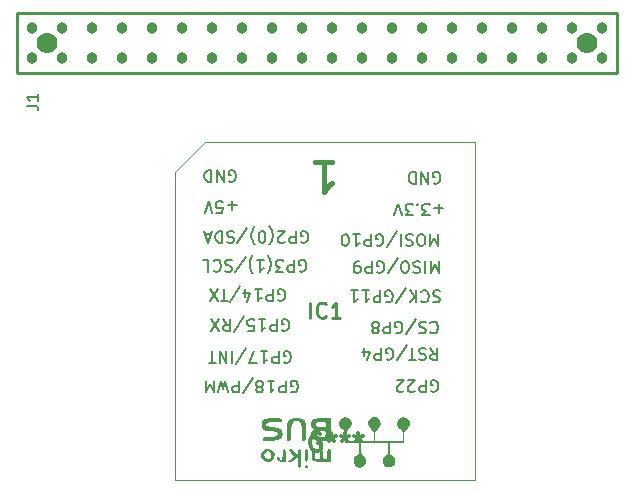
<source format=gbr>
%TF.GenerationSoftware,KiCad,Pcbnew,8.0.2*%
%TF.CreationDate,2024-07-30T13:49:42+02:00*%
%TF.ProjectId,mikrobus_x1_hatPCB,6d696b72-6f62-4757-935f-78315f686174,rev?*%
%TF.SameCoordinates,Original*%
%TF.FileFunction,Legend,Top*%
%TF.FilePolarity,Positive*%
%FSLAX46Y46*%
G04 Gerber Fmt 4.6, Leading zero omitted, Abs format (unit mm)*
G04 Created by KiCad (PCBNEW 8.0.2) date 2024-07-30 13:49:42*
%MOMM*%
%LPD*%
G01*
G04 APERTURE LIST*
%ADD10C,0.150000*%
%ADD11C,0.400000*%
%ADD12C,0.254000*%
%ADD13C,0.300000*%
%ADD14C,0.100000*%
%ADD15C,0.000000*%
%ADD16C,0.965200*%
%ADD17C,1.778000*%
G04 APERTURE END LIST*
D10*
X140459411Y-87052561D02*
X140554649Y-87100180D01*
X140554649Y-87100180D02*
X140697506Y-87100180D01*
X140697506Y-87100180D02*
X140840363Y-87052561D01*
X140840363Y-87052561D02*
X140935601Y-86957323D01*
X140935601Y-86957323D02*
X140983220Y-86862085D01*
X140983220Y-86862085D02*
X141030839Y-86671609D01*
X141030839Y-86671609D02*
X141030839Y-86528752D01*
X141030839Y-86528752D02*
X140983220Y-86338276D01*
X140983220Y-86338276D02*
X140935601Y-86243038D01*
X140935601Y-86243038D02*
X140840363Y-86147800D01*
X140840363Y-86147800D02*
X140697506Y-86100180D01*
X140697506Y-86100180D02*
X140602268Y-86100180D01*
X140602268Y-86100180D02*
X140459411Y-86147800D01*
X140459411Y-86147800D02*
X140411792Y-86195419D01*
X140411792Y-86195419D02*
X140411792Y-86528752D01*
X140411792Y-86528752D02*
X140602268Y-86528752D01*
X139983220Y-86100180D02*
X139983220Y-87100180D01*
X139983220Y-87100180D02*
X139411792Y-86100180D01*
X139411792Y-86100180D02*
X139411792Y-87100180D01*
X138935601Y-86100180D02*
X138935601Y-87100180D01*
X138935601Y-87100180D02*
X138697506Y-87100180D01*
X138697506Y-87100180D02*
X138554649Y-87052561D01*
X138554649Y-87052561D02*
X138459411Y-86957323D01*
X138459411Y-86957323D02*
X138411792Y-86862085D01*
X138411792Y-86862085D02*
X138364173Y-86671609D01*
X138364173Y-86671609D02*
X138364173Y-86528752D01*
X138364173Y-86528752D02*
X138411792Y-86338276D01*
X138411792Y-86338276D02*
X138459411Y-86243038D01*
X138459411Y-86243038D02*
X138554649Y-86147800D01*
X138554649Y-86147800D02*
X138697506Y-86100180D01*
X138697506Y-86100180D02*
X138935601Y-86100180D01*
X158203220Y-93790180D02*
X158203220Y-94790180D01*
X158203220Y-94790180D02*
X157869887Y-94075895D01*
X157869887Y-94075895D02*
X157536554Y-94790180D01*
X157536554Y-94790180D02*
X157536554Y-93790180D01*
X157060363Y-93790180D02*
X157060363Y-94790180D01*
X156631792Y-93837800D02*
X156488935Y-93790180D01*
X156488935Y-93790180D02*
X156250840Y-93790180D01*
X156250840Y-93790180D02*
X156155602Y-93837800D01*
X156155602Y-93837800D02*
X156107983Y-93885419D01*
X156107983Y-93885419D02*
X156060364Y-93980657D01*
X156060364Y-93980657D02*
X156060364Y-94075895D01*
X156060364Y-94075895D02*
X156107983Y-94171133D01*
X156107983Y-94171133D02*
X156155602Y-94218752D01*
X156155602Y-94218752D02*
X156250840Y-94266371D01*
X156250840Y-94266371D02*
X156441316Y-94313990D01*
X156441316Y-94313990D02*
X156536554Y-94361609D01*
X156536554Y-94361609D02*
X156584173Y-94409228D01*
X156584173Y-94409228D02*
X156631792Y-94504466D01*
X156631792Y-94504466D02*
X156631792Y-94599704D01*
X156631792Y-94599704D02*
X156584173Y-94694942D01*
X156584173Y-94694942D02*
X156536554Y-94742561D01*
X156536554Y-94742561D02*
X156441316Y-94790180D01*
X156441316Y-94790180D02*
X156203221Y-94790180D01*
X156203221Y-94790180D02*
X156060364Y-94742561D01*
X155441316Y-94790180D02*
X155250840Y-94790180D01*
X155250840Y-94790180D02*
X155155602Y-94742561D01*
X155155602Y-94742561D02*
X155060364Y-94647323D01*
X155060364Y-94647323D02*
X155012745Y-94456847D01*
X155012745Y-94456847D02*
X155012745Y-94123514D01*
X155012745Y-94123514D02*
X155060364Y-93933038D01*
X155060364Y-93933038D02*
X155155602Y-93837800D01*
X155155602Y-93837800D02*
X155250840Y-93790180D01*
X155250840Y-93790180D02*
X155441316Y-93790180D01*
X155441316Y-93790180D02*
X155536554Y-93837800D01*
X155536554Y-93837800D02*
X155631792Y-93933038D01*
X155631792Y-93933038D02*
X155679411Y-94123514D01*
X155679411Y-94123514D02*
X155679411Y-94456847D01*
X155679411Y-94456847D02*
X155631792Y-94647323D01*
X155631792Y-94647323D02*
X155536554Y-94742561D01*
X155536554Y-94742561D02*
X155441316Y-94790180D01*
X153869888Y-94837800D02*
X154727030Y-93552085D01*
X153012745Y-94742561D02*
X153107983Y-94790180D01*
X153107983Y-94790180D02*
X153250840Y-94790180D01*
X153250840Y-94790180D02*
X153393697Y-94742561D01*
X153393697Y-94742561D02*
X153488935Y-94647323D01*
X153488935Y-94647323D02*
X153536554Y-94552085D01*
X153536554Y-94552085D02*
X153584173Y-94361609D01*
X153584173Y-94361609D02*
X153584173Y-94218752D01*
X153584173Y-94218752D02*
X153536554Y-94028276D01*
X153536554Y-94028276D02*
X153488935Y-93933038D01*
X153488935Y-93933038D02*
X153393697Y-93837800D01*
X153393697Y-93837800D02*
X153250840Y-93790180D01*
X153250840Y-93790180D02*
X153155602Y-93790180D01*
X153155602Y-93790180D02*
X153012745Y-93837800D01*
X153012745Y-93837800D02*
X152965126Y-93885419D01*
X152965126Y-93885419D02*
X152965126Y-94218752D01*
X152965126Y-94218752D02*
X153155602Y-94218752D01*
X152536554Y-93790180D02*
X152536554Y-94790180D01*
X152536554Y-94790180D02*
X152155602Y-94790180D01*
X152155602Y-94790180D02*
X152060364Y-94742561D01*
X152060364Y-94742561D02*
X152012745Y-94694942D01*
X152012745Y-94694942D02*
X151965126Y-94599704D01*
X151965126Y-94599704D02*
X151965126Y-94456847D01*
X151965126Y-94456847D02*
X152012745Y-94361609D01*
X152012745Y-94361609D02*
X152060364Y-94313990D01*
X152060364Y-94313990D02*
X152155602Y-94266371D01*
X152155602Y-94266371D02*
X152536554Y-94266371D01*
X151488935Y-93790180D02*
X151298459Y-93790180D01*
X151298459Y-93790180D02*
X151203221Y-93837800D01*
X151203221Y-93837800D02*
X151155602Y-93885419D01*
X151155602Y-93885419D02*
X151060364Y-94028276D01*
X151060364Y-94028276D02*
X151012745Y-94218752D01*
X151012745Y-94218752D02*
X151012745Y-94599704D01*
X151012745Y-94599704D02*
X151060364Y-94694942D01*
X151060364Y-94694942D02*
X151107983Y-94742561D01*
X151107983Y-94742561D02*
X151203221Y-94790180D01*
X151203221Y-94790180D02*
X151393697Y-94790180D01*
X151393697Y-94790180D02*
X151488935Y-94742561D01*
X151488935Y-94742561D02*
X151536554Y-94694942D01*
X151536554Y-94694942D02*
X151584173Y-94599704D01*
X151584173Y-94599704D02*
X151584173Y-94361609D01*
X151584173Y-94361609D02*
X151536554Y-94266371D01*
X151536554Y-94266371D02*
X151488935Y-94218752D01*
X151488935Y-94218752D02*
X151393697Y-94171133D01*
X151393697Y-94171133D02*
X151203221Y-94171133D01*
X151203221Y-94171133D02*
X151107983Y-94218752D01*
X151107983Y-94218752D02*
X151060364Y-94266371D01*
X151060364Y-94266371D02*
X151012745Y-94361609D01*
X158143220Y-91520180D02*
X158143220Y-92520180D01*
X158143220Y-92520180D02*
X157809887Y-91805895D01*
X157809887Y-91805895D02*
X157476554Y-92520180D01*
X157476554Y-92520180D02*
X157476554Y-91520180D01*
X156809887Y-92520180D02*
X156619411Y-92520180D01*
X156619411Y-92520180D02*
X156524173Y-92472561D01*
X156524173Y-92472561D02*
X156428935Y-92377323D01*
X156428935Y-92377323D02*
X156381316Y-92186847D01*
X156381316Y-92186847D02*
X156381316Y-91853514D01*
X156381316Y-91853514D02*
X156428935Y-91663038D01*
X156428935Y-91663038D02*
X156524173Y-91567800D01*
X156524173Y-91567800D02*
X156619411Y-91520180D01*
X156619411Y-91520180D02*
X156809887Y-91520180D01*
X156809887Y-91520180D02*
X156905125Y-91567800D01*
X156905125Y-91567800D02*
X157000363Y-91663038D01*
X157000363Y-91663038D02*
X157047982Y-91853514D01*
X157047982Y-91853514D02*
X157047982Y-92186847D01*
X157047982Y-92186847D02*
X157000363Y-92377323D01*
X157000363Y-92377323D02*
X156905125Y-92472561D01*
X156905125Y-92472561D02*
X156809887Y-92520180D01*
X156000363Y-91567800D02*
X155857506Y-91520180D01*
X155857506Y-91520180D02*
X155619411Y-91520180D01*
X155619411Y-91520180D02*
X155524173Y-91567800D01*
X155524173Y-91567800D02*
X155476554Y-91615419D01*
X155476554Y-91615419D02*
X155428935Y-91710657D01*
X155428935Y-91710657D02*
X155428935Y-91805895D01*
X155428935Y-91805895D02*
X155476554Y-91901133D01*
X155476554Y-91901133D02*
X155524173Y-91948752D01*
X155524173Y-91948752D02*
X155619411Y-91996371D01*
X155619411Y-91996371D02*
X155809887Y-92043990D01*
X155809887Y-92043990D02*
X155905125Y-92091609D01*
X155905125Y-92091609D02*
X155952744Y-92139228D01*
X155952744Y-92139228D02*
X156000363Y-92234466D01*
X156000363Y-92234466D02*
X156000363Y-92329704D01*
X156000363Y-92329704D02*
X155952744Y-92424942D01*
X155952744Y-92424942D02*
X155905125Y-92472561D01*
X155905125Y-92472561D02*
X155809887Y-92520180D01*
X155809887Y-92520180D02*
X155571792Y-92520180D01*
X155571792Y-92520180D02*
X155428935Y-92472561D01*
X155000363Y-91520180D02*
X155000363Y-92520180D01*
X153809888Y-92567800D02*
X154667030Y-91282085D01*
X152952745Y-92472561D02*
X153047983Y-92520180D01*
X153047983Y-92520180D02*
X153190840Y-92520180D01*
X153190840Y-92520180D02*
X153333697Y-92472561D01*
X153333697Y-92472561D02*
X153428935Y-92377323D01*
X153428935Y-92377323D02*
X153476554Y-92282085D01*
X153476554Y-92282085D02*
X153524173Y-92091609D01*
X153524173Y-92091609D02*
X153524173Y-91948752D01*
X153524173Y-91948752D02*
X153476554Y-91758276D01*
X153476554Y-91758276D02*
X153428935Y-91663038D01*
X153428935Y-91663038D02*
X153333697Y-91567800D01*
X153333697Y-91567800D02*
X153190840Y-91520180D01*
X153190840Y-91520180D02*
X153095602Y-91520180D01*
X153095602Y-91520180D02*
X152952745Y-91567800D01*
X152952745Y-91567800D02*
X152905126Y-91615419D01*
X152905126Y-91615419D02*
X152905126Y-91948752D01*
X152905126Y-91948752D02*
X153095602Y-91948752D01*
X152476554Y-91520180D02*
X152476554Y-92520180D01*
X152476554Y-92520180D02*
X152095602Y-92520180D01*
X152095602Y-92520180D02*
X152000364Y-92472561D01*
X152000364Y-92472561D02*
X151952745Y-92424942D01*
X151952745Y-92424942D02*
X151905126Y-92329704D01*
X151905126Y-92329704D02*
X151905126Y-92186847D01*
X151905126Y-92186847D02*
X151952745Y-92091609D01*
X151952745Y-92091609D02*
X152000364Y-92043990D01*
X152000364Y-92043990D02*
X152095602Y-91996371D01*
X152095602Y-91996371D02*
X152476554Y-91996371D01*
X150952745Y-91520180D02*
X151524173Y-91520180D01*
X151238459Y-91520180D02*
X151238459Y-92520180D01*
X151238459Y-92520180D02*
X151333697Y-92377323D01*
X151333697Y-92377323D02*
X151428935Y-92282085D01*
X151428935Y-92282085D02*
X151524173Y-92234466D01*
X150333697Y-92520180D02*
X150238459Y-92520180D01*
X150238459Y-92520180D02*
X150143221Y-92472561D01*
X150143221Y-92472561D02*
X150095602Y-92424942D01*
X150095602Y-92424942D02*
X150047983Y-92329704D01*
X150047983Y-92329704D02*
X150000364Y-92139228D01*
X150000364Y-92139228D02*
X150000364Y-91901133D01*
X150000364Y-91901133D02*
X150047983Y-91710657D01*
X150047983Y-91710657D02*
X150095602Y-91615419D01*
X150095602Y-91615419D02*
X150143221Y-91567800D01*
X150143221Y-91567800D02*
X150238459Y-91520180D01*
X150238459Y-91520180D02*
X150333697Y-91520180D01*
X150333697Y-91520180D02*
X150428935Y-91567800D01*
X150428935Y-91567800D02*
X150476554Y-91615419D01*
X150476554Y-91615419D02*
X150524173Y-91710657D01*
X150524173Y-91710657D02*
X150571792Y-91901133D01*
X150571792Y-91901133D02*
X150571792Y-92139228D01*
X150571792Y-92139228D02*
X150524173Y-92329704D01*
X150524173Y-92329704D02*
X150476554Y-92424942D01*
X150476554Y-92424942D02*
X150428935Y-92472561D01*
X150428935Y-92472561D02*
X150333697Y-92520180D01*
X144629411Y-97122561D02*
X144724649Y-97170180D01*
X144724649Y-97170180D02*
X144867506Y-97170180D01*
X144867506Y-97170180D02*
X145010363Y-97122561D01*
X145010363Y-97122561D02*
X145105601Y-97027323D01*
X145105601Y-97027323D02*
X145153220Y-96932085D01*
X145153220Y-96932085D02*
X145200839Y-96741609D01*
X145200839Y-96741609D02*
X145200839Y-96598752D01*
X145200839Y-96598752D02*
X145153220Y-96408276D01*
X145153220Y-96408276D02*
X145105601Y-96313038D01*
X145105601Y-96313038D02*
X145010363Y-96217800D01*
X145010363Y-96217800D02*
X144867506Y-96170180D01*
X144867506Y-96170180D02*
X144772268Y-96170180D01*
X144772268Y-96170180D02*
X144629411Y-96217800D01*
X144629411Y-96217800D02*
X144581792Y-96265419D01*
X144581792Y-96265419D02*
X144581792Y-96598752D01*
X144581792Y-96598752D02*
X144772268Y-96598752D01*
X144153220Y-96170180D02*
X144153220Y-97170180D01*
X144153220Y-97170180D02*
X143772268Y-97170180D01*
X143772268Y-97170180D02*
X143677030Y-97122561D01*
X143677030Y-97122561D02*
X143629411Y-97074942D01*
X143629411Y-97074942D02*
X143581792Y-96979704D01*
X143581792Y-96979704D02*
X143581792Y-96836847D01*
X143581792Y-96836847D02*
X143629411Y-96741609D01*
X143629411Y-96741609D02*
X143677030Y-96693990D01*
X143677030Y-96693990D02*
X143772268Y-96646371D01*
X143772268Y-96646371D02*
X144153220Y-96646371D01*
X142629411Y-96170180D02*
X143200839Y-96170180D01*
X142915125Y-96170180D02*
X142915125Y-97170180D01*
X142915125Y-97170180D02*
X143010363Y-97027323D01*
X143010363Y-97027323D02*
X143105601Y-96932085D01*
X143105601Y-96932085D02*
X143200839Y-96884466D01*
X141772268Y-96836847D02*
X141772268Y-96170180D01*
X142010363Y-97217800D02*
X142248458Y-96503514D01*
X142248458Y-96503514D02*
X141629411Y-96503514D01*
X140534173Y-97217800D02*
X141391315Y-95932085D01*
X140343696Y-97170180D02*
X139772268Y-97170180D01*
X140057982Y-96170180D02*
X140057982Y-97170180D01*
X139534172Y-97170180D02*
X138867506Y-96170180D01*
X138867506Y-97170180D02*
X139534172Y-96170180D01*
X157759411Y-87182561D02*
X157854649Y-87230180D01*
X157854649Y-87230180D02*
X157997506Y-87230180D01*
X157997506Y-87230180D02*
X158140363Y-87182561D01*
X158140363Y-87182561D02*
X158235601Y-87087323D01*
X158235601Y-87087323D02*
X158283220Y-86992085D01*
X158283220Y-86992085D02*
X158330839Y-86801609D01*
X158330839Y-86801609D02*
X158330839Y-86658752D01*
X158330839Y-86658752D02*
X158283220Y-86468276D01*
X158283220Y-86468276D02*
X158235601Y-86373038D01*
X158235601Y-86373038D02*
X158140363Y-86277800D01*
X158140363Y-86277800D02*
X157997506Y-86230180D01*
X157997506Y-86230180D02*
X157902268Y-86230180D01*
X157902268Y-86230180D02*
X157759411Y-86277800D01*
X157759411Y-86277800D02*
X157711792Y-86325419D01*
X157711792Y-86325419D02*
X157711792Y-86658752D01*
X157711792Y-86658752D02*
X157902268Y-86658752D01*
X157283220Y-86230180D02*
X157283220Y-87230180D01*
X157283220Y-87230180D02*
X156711792Y-86230180D01*
X156711792Y-86230180D02*
X156711792Y-87230180D01*
X156235601Y-86230180D02*
X156235601Y-87230180D01*
X156235601Y-87230180D02*
X155997506Y-87230180D01*
X155997506Y-87230180D02*
X155854649Y-87182561D01*
X155854649Y-87182561D02*
X155759411Y-87087323D01*
X155759411Y-87087323D02*
X155711792Y-86992085D01*
X155711792Y-86992085D02*
X155664173Y-86801609D01*
X155664173Y-86801609D02*
X155664173Y-86658752D01*
X155664173Y-86658752D02*
X155711792Y-86468276D01*
X155711792Y-86468276D02*
X155759411Y-86373038D01*
X155759411Y-86373038D02*
X155854649Y-86277800D01*
X155854649Y-86277800D02*
X155997506Y-86230180D01*
X155997506Y-86230180D02*
X156235601Y-86230180D01*
X158583220Y-89301133D02*
X157821316Y-89301133D01*
X158202268Y-88920180D02*
X158202268Y-89682085D01*
X157440363Y-89920180D02*
X156821316Y-89920180D01*
X156821316Y-89920180D02*
X157154649Y-89539228D01*
X157154649Y-89539228D02*
X157011792Y-89539228D01*
X157011792Y-89539228D02*
X156916554Y-89491609D01*
X156916554Y-89491609D02*
X156868935Y-89443990D01*
X156868935Y-89443990D02*
X156821316Y-89348752D01*
X156821316Y-89348752D02*
X156821316Y-89110657D01*
X156821316Y-89110657D02*
X156868935Y-89015419D01*
X156868935Y-89015419D02*
X156916554Y-88967800D01*
X156916554Y-88967800D02*
X157011792Y-88920180D01*
X157011792Y-88920180D02*
X157297506Y-88920180D01*
X157297506Y-88920180D02*
X157392744Y-88967800D01*
X157392744Y-88967800D02*
X157440363Y-89015419D01*
X156392744Y-89015419D02*
X156345125Y-88967800D01*
X156345125Y-88967800D02*
X156392744Y-88920180D01*
X156392744Y-88920180D02*
X156440363Y-88967800D01*
X156440363Y-88967800D02*
X156392744Y-89015419D01*
X156392744Y-89015419D02*
X156392744Y-88920180D01*
X156011792Y-89920180D02*
X155392745Y-89920180D01*
X155392745Y-89920180D02*
X155726078Y-89539228D01*
X155726078Y-89539228D02*
X155583221Y-89539228D01*
X155583221Y-89539228D02*
X155487983Y-89491609D01*
X155487983Y-89491609D02*
X155440364Y-89443990D01*
X155440364Y-89443990D02*
X155392745Y-89348752D01*
X155392745Y-89348752D02*
X155392745Y-89110657D01*
X155392745Y-89110657D02*
X155440364Y-89015419D01*
X155440364Y-89015419D02*
X155487983Y-88967800D01*
X155487983Y-88967800D02*
X155583221Y-88920180D01*
X155583221Y-88920180D02*
X155868935Y-88920180D01*
X155868935Y-88920180D02*
X155964173Y-88967800D01*
X155964173Y-88967800D02*
X156011792Y-89015419D01*
X155107030Y-89920180D02*
X154773697Y-88920180D01*
X154773697Y-88920180D02*
X154440364Y-89920180D01*
X146419411Y-94632561D02*
X146514649Y-94680180D01*
X146514649Y-94680180D02*
X146657506Y-94680180D01*
X146657506Y-94680180D02*
X146800363Y-94632561D01*
X146800363Y-94632561D02*
X146895601Y-94537323D01*
X146895601Y-94537323D02*
X146943220Y-94442085D01*
X146943220Y-94442085D02*
X146990839Y-94251609D01*
X146990839Y-94251609D02*
X146990839Y-94108752D01*
X146990839Y-94108752D02*
X146943220Y-93918276D01*
X146943220Y-93918276D02*
X146895601Y-93823038D01*
X146895601Y-93823038D02*
X146800363Y-93727800D01*
X146800363Y-93727800D02*
X146657506Y-93680180D01*
X146657506Y-93680180D02*
X146562268Y-93680180D01*
X146562268Y-93680180D02*
X146419411Y-93727800D01*
X146419411Y-93727800D02*
X146371792Y-93775419D01*
X146371792Y-93775419D02*
X146371792Y-94108752D01*
X146371792Y-94108752D02*
X146562268Y-94108752D01*
X145943220Y-93680180D02*
X145943220Y-94680180D01*
X145943220Y-94680180D02*
X145562268Y-94680180D01*
X145562268Y-94680180D02*
X145467030Y-94632561D01*
X145467030Y-94632561D02*
X145419411Y-94584942D01*
X145419411Y-94584942D02*
X145371792Y-94489704D01*
X145371792Y-94489704D02*
X145371792Y-94346847D01*
X145371792Y-94346847D02*
X145419411Y-94251609D01*
X145419411Y-94251609D02*
X145467030Y-94203990D01*
X145467030Y-94203990D02*
X145562268Y-94156371D01*
X145562268Y-94156371D02*
X145943220Y-94156371D01*
X145038458Y-94680180D02*
X144419411Y-94680180D01*
X144419411Y-94680180D02*
X144752744Y-94299228D01*
X144752744Y-94299228D02*
X144609887Y-94299228D01*
X144609887Y-94299228D02*
X144514649Y-94251609D01*
X144514649Y-94251609D02*
X144467030Y-94203990D01*
X144467030Y-94203990D02*
X144419411Y-94108752D01*
X144419411Y-94108752D02*
X144419411Y-93870657D01*
X144419411Y-93870657D02*
X144467030Y-93775419D01*
X144467030Y-93775419D02*
X144514649Y-93727800D01*
X144514649Y-93727800D02*
X144609887Y-93680180D01*
X144609887Y-93680180D02*
X144895601Y-93680180D01*
X144895601Y-93680180D02*
X144990839Y-93727800D01*
X144990839Y-93727800D02*
X145038458Y-93775419D01*
X143705125Y-93299228D02*
X143752744Y-93346847D01*
X143752744Y-93346847D02*
X143847982Y-93489704D01*
X143847982Y-93489704D02*
X143895601Y-93584942D01*
X143895601Y-93584942D02*
X143943220Y-93727800D01*
X143943220Y-93727800D02*
X143990839Y-93965895D01*
X143990839Y-93965895D02*
X143990839Y-94156371D01*
X143990839Y-94156371D02*
X143943220Y-94394466D01*
X143943220Y-94394466D02*
X143895601Y-94537323D01*
X143895601Y-94537323D02*
X143847982Y-94632561D01*
X143847982Y-94632561D02*
X143752744Y-94775419D01*
X143752744Y-94775419D02*
X143705125Y-94823038D01*
X142800363Y-93680180D02*
X143371791Y-93680180D01*
X143086077Y-93680180D02*
X143086077Y-94680180D01*
X143086077Y-94680180D02*
X143181315Y-94537323D01*
X143181315Y-94537323D02*
X143276553Y-94442085D01*
X143276553Y-94442085D02*
X143371791Y-94394466D01*
X142467029Y-93299228D02*
X142419410Y-93346847D01*
X142419410Y-93346847D02*
X142324172Y-93489704D01*
X142324172Y-93489704D02*
X142276553Y-93584942D01*
X142276553Y-93584942D02*
X142228934Y-93727800D01*
X142228934Y-93727800D02*
X142181315Y-93965895D01*
X142181315Y-93965895D02*
X142181315Y-94156371D01*
X142181315Y-94156371D02*
X142228934Y-94394466D01*
X142228934Y-94394466D02*
X142276553Y-94537323D01*
X142276553Y-94537323D02*
X142324172Y-94632561D01*
X142324172Y-94632561D02*
X142419410Y-94775419D01*
X142419410Y-94775419D02*
X142467029Y-94823038D01*
X140990839Y-94727800D02*
X141847981Y-93442085D01*
X140705124Y-93727800D02*
X140562267Y-93680180D01*
X140562267Y-93680180D02*
X140324172Y-93680180D01*
X140324172Y-93680180D02*
X140228934Y-93727800D01*
X140228934Y-93727800D02*
X140181315Y-93775419D01*
X140181315Y-93775419D02*
X140133696Y-93870657D01*
X140133696Y-93870657D02*
X140133696Y-93965895D01*
X140133696Y-93965895D02*
X140181315Y-94061133D01*
X140181315Y-94061133D02*
X140228934Y-94108752D01*
X140228934Y-94108752D02*
X140324172Y-94156371D01*
X140324172Y-94156371D02*
X140514648Y-94203990D01*
X140514648Y-94203990D02*
X140609886Y-94251609D01*
X140609886Y-94251609D02*
X140657505Y-94299228D01*
X140657505Y-94299228D02*
X140705124Y-94394466D01*
X140705124Y-94394466D02*
X140705124Y-94489704D01*
X140705124Y-94489704D02*
X140657505Y-94584942D01*
X140657505Y-94584942D02*
X140609886Y-94632561D01*
X140609886Y-94632561D02*
X140514648Y-94680180D01*
X140514648Y-94680180D02*
X140276553Y-94680180D01*
X140276553Y-94680180D02*
X140133696Y-94632561D01*
X139133696Y-93775419D02*
X139181315Y-93727800D01*
X139181315Y-93727800D02*
X139324172Y-93680180D01*
X139324172Y-93680180D02*
X139419410Y-93680180D01*
X139419410Y-93680180D02*
X139562267Y-93727800D01*
X139562267Y-93727800D02*
X139657505Y-93823038D01*
X139657505Y-93823038D02*
X139705124Y-93918276D01*
X139705124Y-93918276D02*
X139752743Y-94108752D01*
X139752743Y-94108752D02*
X139752743Y-94251609D01*
X139752743Y-94251609D02*
X139705124Y-94442085D01*
X139705124Y-94442085D02*
X139657505Y-94537323D01*
X139657505Y-94537323D02*
X139562267Y-94632561D01*
X139562267Y-94632561D02*
X139419410Y-94680180D01*
X139419410Y-94680180D02*
X139324172Y-94680180D01*
X139324172Y-94680180D02*
X139181315Y-94632561D01*
X139181315Y-94632561D02*
X139133696Y-94584942D01*
X138228934Y-93680180D02*
X138705124Y-93680180D01*
X138705124Y-93680180D02*
X138705124Y-94680180D01*
D11*
X147762081Y-85426752D02*
X149190652Y-85426752D01*
X148476366Y-85426752D02*
X148476366Y-87926752D01*
X148476366Y-87926752D02*
X148714462Y-87569609D01*
X148714462Y-87569609D02*
X148952557Y-87331514D01*
X148952557Y-87331514D02*
X149190652Y-87212466D01*
D10*
X141093220Y-89081133D02*
X140331316Y-89081133D01*
X140712268Y-88700180D02*
X140712268Y-89462085D01*
X139378935Y-89700180D02*
X139855125Y-89700180D01*
X139855125Y-89700180D02*
X139902744Y-89223990D01*
X139902744Y-89223990D02*
X139855125Y-89271609D01*
X139855125Y-89271609D02*
X139759887Y-89319228D01*
X139759887Y-89319228D02*
X139521792Y-89319228D01*
X139521792Y-89319228D02*
X139426554Y-89271609D01*
X139426554Y-89271609D02*
X139378935Y-89223990D01*
X139378935Y-89223990D02*
X139331316Y-89128752D01*
X139331316Y-89128752D02*
X139331316Y-88890657D01*
X139331316Y-88890657D02*
X139378935Y-88795419D01*
X139378935Y-88795419D02*
X139426554Y-88747800D01*
X139426554Y-88747800D02*
X139521792Y-88700180D01*
X139521792Y-88700180D02*
X139759887Y-88700180D01*
X139759887Y-88700180D02*
X139855125Y-88747800D01*
X139855125Y-88747800D02*
X139902744Y-88795419D01*
X139045601Y-89700180D02*
X138712268Y-88700180D01*
X138712268Y-88700180D02*
X138378935Y-89700180D01*
X157501792Y-101160180D02*
X157835125Y-101636371D01*
X158073220Y-101160180D02*
X158073220Y-102160180D01*
X158073220Y-102160180D02*
X157692268Y-102160180D01*
X157692268Y-102160180D02*
X157597030Y-102112561D01*
X157597030Y-102112561D02*
X157549411Y-102064942D01*
X157549411Y-102064942D02*
X157501792Y-101969704D01*
X157501792Y-101969704D02*
X157501792Y-101826847D01*
X157501792Y-101826847D02*
X157549411Y-101731609D01*
X157549411Y-101731609D02*
X157597030Y-101683990D01*
X157597030Y-101683990D02*
X157692268Y-101636371D01*
X157692268Y-101636371D02*
X158073220Y-101636371D01*
X157120839Y-101207800D02*
X156977982Y-101160180D01*
X156977982Y-101160180D02*
X156739887Y-101160180D01*
X156739887Y-101160180D02*
X156644649Y-101207800D01*
X156644649Y-101207800D02*
X156597030Y-101255419D01*
X156597030Y-101255419D02*
X156549411Y-101350657D01*
X156549411Y-101350657D02*
X156549411Y-101445895D01*
X156549411Y-101445895D02*
X156597030Y-101541133D01*
X156597030Y-101541133D02*
X156644649Y-101588752D01*
X156644649Y-101588752D02*
X156739887Y-101636371D01*
X156739887Y-101636371D02*
X156930363Y-101683990D01*
X156930363Y-101683990D02*
X157025601Y-101731609D01*
X157025601Y-101731609D02*
X157073220Y-101779228D01*
X157073220Y-101779228D02*
X157120839Y-101874466D01*
X157120839Y-101874466D02*
X157120839Y-101969704D01*
X157120839Y-101969704D02*
X157073220Y-102064942D01*
X157073220Y-102064942D02*
X157025601Y-102112561D01*
X157025601Y-102112561D02*
X156930363Y-102160180D01*
X156930363Y-102160180D02*
X156692268Y-102160180D01*
X156692268Y-102160180D02*
X156549411Y-102112561D01*
X156263696Y-102160180D02*
X155692268Y-102160180D01*
X155977982Y-101160180D02*
X155977982Y-102160180D01*
X154644649Y-102207800D02*
X155501791Y-100922085D01*
X153787506Y-102112561D02*
X153882744Y-102160180D01*
X153882744Y-102160180D02*
X154025601Y-102160180D01*
X154025601Y-102160180D02*
X154168458Y-102112561D01*
X154168458Y-102112561D02*
X154263696Y-102017323D01*
X154263696Y-102017323D02*
X154311315Y-101922085D01*
X154311315Y-101922085D02*
X154358934Y-101731609D01*
X154358934Y-101731609D02*
X154358934Y-101588752D01*
X154358934Y-101588752D02*
X154311315Y-101398276D01*
X154311315Y-101398276D02*
X154263696Y-101303038D01*
X154263696Y-101303038D02*
X154168458Y-101207800D01*
X154168458Y-101207800D02*
X154025601Y-101160180D01*
X154025601Y-101160180D02*
X153930363Y-101160180D01*
X153930363Y-101160180D02*
X153787506Y-101207800D01*
X153787506Y-101207800D02*
X153739887Y-101255419D01*
X153739887Y-101255419D02*
X153739887Y-101588752D01*
X153739887Y-101588752D02*
X153930363Y-101588752D01*
X153311315Y-101160180D02*
X153311315Y-102160180D01*
X153311315Y-102160180D02*
X152930363Y-102160180D01*
X152930363Y-102160180D02*
X152835125Y-102112561D01*
X152835125Y-102112561D02*
X152787506Y-102064942D01*
X152787506Y-102064942D02*
X152739887Y-101969704D01*
X152739887Y-101969704D02*
X152739887Y-101826847D01*
X152739887Y-101826847D02*
X152787506Y-101731609D01*
X152787506Y-101731609D02*
X152835125Y-101683990D01*
X152835125Y-101683990D02*
X152930363Y-101636371D01*
X152930363Y-101636371D02*
X153311315Y-101636371D01*
X151882744Y-101826847D02*
X151882744Y-101160180D01*
X152120839Y-102207800D02*
X152358934Y-101493514D01*
X152358934Y-101493514D02*
X151739887Y-101493514D01*
X157589411Y-104812561D02*
X157684649Y-104860180D01*
X157684649Y-104860180D02*
X157827506Y-104860180D01*
X157827506Y-104860180D02*
X157970363Y-104812561D01*
X157970363Y-104812561D02*
X158065601Y-104717323D01*
X158065601Y-104717323D02*
X158113220Y-104622085D01*
X158113220Y-104622085D02*
X158160839Y-104431609D01*
X158160839Y-104431609D02*
X158160839Y-104288752D01*
X158160839Y-104288752D02*
X158113220Y-104098276D01*
X158113220Y-104098276D02*
X158065601Y-104003038D01*
X158065601Y-104003038D02*
X157970363Y-103907800D01*
X157970363Y-103907800D02*
X157827506Y-103860180D01*
X157827506Y-103860180D02*
X157732268Y-103860180D01*
X157732268Y-103860180D02*
X157589411Y-103907800D01*
X157589411Y-103907800D02*
X157541792Y-103955419D01*
X157541792Y-103955419D02*
X157541792Y-104288752D01*
X157541792Y-104288752D02*
X157732268Y-104288752D01*
X157113220Y-103860180D02*
X157113220Y-104860180D01*
X157113220Y-104860180D02*
X156732268Y-104860180D01*
X156732268Y-104860180D02*
X156637030Y-104812561D01*
X156637030Y-104812561D02*
X156589411Y-104764942D01*
X156589411Y-104764942D02*
X156541792Y-104669704D01*
X156541792Y-104669704D02*
X156541792Y-104526847D01*
X156541792Y-104526847D02*
X156589411Y-104431609D01*
X156589411Y-104431609D02*
X156637030Y-104383990D01*
X156637030Y-104383990D02*
X156732268Y-104336371D01*
X156732268Y-104336371D02*
X157113220Y-104336371D01*
X156160839Y-104764942D02*
X156113220Y-104812561D01*
X156113220Y-104812561D02*
X156017982Y-104860180D01*
X156017982Y-104860180D02*
X155779887Y-104860180D01*
X155779887Y-104860180D02*
X155684649Y-104812561D01*
X155684649Y-104812561D02*
X155637030Y-104764942D01*
X155637030Y-104764942D02*
X155589411Y-104669704D01*
X155589411Y-104669704D02*
X155589411Y-104574466D01*
X155589411Y-104574466D02*
X155637030Y-104431609D01*
X155637030Y-104431609D02*
X156208458Y-103860180D01*
X156208458Y-103860180D02*
X155589411Y-103860180D01*
X155208458Y-104764942D02*
X155160839Y-104812561D01*
X155160839Y-104812561D02*
X155065601Y-104860180D01*
X155065601Y-104860180D02*
X154827506Y-104860180D01*
X154827506Y-104860180D02*
X154732268Y-104812561D01*
X154732268Y-104812561D02*
X154684649Y-104764942D01*
X154684649Y-104764942D02*
X154637030Y-104669704D01*
X154637030Y-104669704D02*
X154637030Y-104574466D01*
X154637030Y-104574466D02*
X154684649Y-104431609D01*
X154684649Y-104431609D02*
X155256077Y-103860180D01*
X155256077Y-103860180D02*
X154637030Y-103860180D01*
X146579411Y-92192561D02*
X146674649Y-92240180D01*
X146674649Y-92240180D02*
X146817506Y-92240180D01*
X146817506Y-92240180D02*
X146960363Y-92192561D01*
X146960363Y-92192561D02*
X147055601Y-92097323D01*
X147055601Y-92097323D02*
X147103220Y-92002085D01*
X147103220Y-92002085D02*
X147150839Y-91811609D01*
X147150839Y-91811609D02*
X147150839Y-91668752D01*
X147150839Y-91668752D02*
X147103220Y-91478276D01*
X147103220Y-91478276D02*
X147055601Y-91383038D01*
X147055601Y-91383038D02*
X146960363Y-91287800D01*
X146960363Y-91287800D02*
X146817506Y-91240180D01*
X146817506Y-91240180D02*
X146722268Y-91240180D01*
X146722268Y-91240180D02*
X146579411Y-91287800D01*
X146579411Y-91287800D02*
X146531792Y-91335419D01*
X146531792Y-91335419D02*
X146531792Y-91668752D01*
X146531792Y-91668752D02*
X146722268Y-91668752D01*
X146103220Y-91240180D02*
X146103220Y-92240180D01*
X146103220Y-92240180D02*
X145722268Y-92240180D01*
X145722268Y-92240180D02*
X145627030Y-92192561D01*
X145627030Y-92192561D02*
X145579411Y-92144942D01*
X145579411Y-92144942D02*
X145531792Y-92049704D01*
X145531792Y-92049704D02*
X145531792Y-91906847D01*
X145531792Y-91906847D02*
X145579411Y-91811609D01*
X145579411Y-91811609D02*
X145627030Y-91763990D01*
X145627030Y-91763990D02*
X145722268Y-91716371D01*
X145722268Y-91716371D02*
X146103220Y-91716371D01*
X145150839Y-92144942D02*
X145103220Y-92192561D01*
X145103220Y-92192561D02*
X145007982Y-92240180D01*
X145007982Y-92240180D02*
X144769887Y-92240180D01*
X144769887Y-92240180D02*
X144674649Y-92192561D01*
X144674649Y-92192561D02*
X144627030Y-92144942D01*
X144627030Y-92144942D02*
X144579411Y-92049704D01*
X144579411Y-92049704D02*
X144579411Y-91954466D01*
X144579411Y-91954466D02*
X144627030Y-91811609D01*
X144627030Y-91811609D02*
X145198458Y-91240180D01*
X145198458Y-91240180D02*
X144579411Y-91240180D01*
X143865125Y-90859228D02*
X143912744Y-90906847D01*
X143912744Y-90906847D02*
X144007982Y-91049704D01*
X144007982Y-91049704D02*
X144055601Y-91144942D01*
X144055601Y-91144942D02*
X144103220Y-91287800D01*
X144103220Y-91287800D02*
X144150839Y-91525895D01*
X144150839Y-91525895D02*
X144150839Y-91716371D01*
X144150839Y-91716371D02*
X144103220Y-91954466D01*
X144103220Y-91954466D02*
X144055601Y-92097323D01*
X144055601Y-92097323D02*
X144007982Y-92192561D01*
X144007982Y-92192561D02*
X143912744Y-92335419D01*
X143912744Y-92335419D02*
X143865125Y-92383038D01*
X143293696Y-92240180D02*
X143198458Y-92240180D01*
X143198458Y-92240180D02*
X143103220Y-92192561D01*
X143103220Y-92192561D02*
X143055601Y-92144942D01*
X143055601Y-92144942D02*
X143007982Y-92049704D01*
X143007982Y-92049704D02*
X142960363Y-91859228D01*
X142960363Y-91859228D02*
X142960363Y-91621133D01*
X142960363Y-91621133D02*
X143007982Y-91430657D01*
X143007982Y-91430657D02*
X143055601Y-91335419D01*
X143055601Y-91335419D02*
X143103220Y-91287800D01*
X143103220Y-91287800D02*
X143198458Y-91240180D01*
X143198458Y-91240180D02*
X143293696Y-91240180D01*
X143293696Y-91240180D02*
X143388934Y-91287800D01*
X143388934Y-91287800D02*
X143436553Y-91335419D01*
X143436553Y-91335419D02*
X143484172Y-91430657D01*
X143484172Y-91430657D02*
X143531791Y-91621133D01*
X143531791Y-91621133D02*
X143531791Y-91859228D01*
X143531791Y-91859228D02*
X143484172Y-92049704D01*
X143484172Y-92049704D02*
X143436553Y-92144942D01*
X143436553Y-92144942D02*
X143388934Y-92192561D01*
X143388934Y-92192561D02*
X143293696Y-92240180D01*
X142627029Y-90859228D02*
X142579410Y-90906847D01*
X142579410Y-90906847D02*
X142484172Y-91049704D01*
X142484172Y-91049704D02*
X142436553Y-91144942D01*
X142436553Y-91144942D02*
X142388934Y-91287800D01*
X142388934Y-91287800D02*
X142341315Y-91525895D01*
X142341315Y-91525895D02*
X142341315Y-91716371D01*
X142341315Y-91716371D02*
X142388934Y-91954466D01*
X142388934Y-91954466D02*
X142436553Y-92097323D01*
X142436553Y-92097323D02*
X142484172Y-92192561D01*
X142484172Y-92192561D02*
X142579410Y-92335419D01*
X142579410Y-92335419D02*
X142627029Y-92383038D01*
X141150839Y-92287800D02*
X142007981Y-91002085D01*
X140865124Y-91287800D02*
X140722267Y-91240180D01*
X140722267Y-91240180D02*
X140484172Y-91240180D01*
X140484172Y-91240180D02*
X140388934Y-91287800D01*
X140388934Y-91287800D02*
X140341315Y-91335419D01*
X140341315Y-91335419D02*
X140293696Y-91430657D01*
X140293696Y-91430657D02*
X140293696Y-91525895D01*
X140293696Y-91525895D02*
X140341315Y-91621133D01*
X140341315Y-91621133D02*
X140388934Y-91668752D01*
X140388934Y-91668752D02*
X140484172Y-91716371D01*
X140484172Y-91716371D02*
X140674648Y-91763990D01*
X140674648Y-91763990D02*
X140769886Y-91811609D01*
X140769886Y-91811609D02*
X140817505Y-91859228D01*
X140817505Y-91859228D02*
X140865124Y-91954466D01*
X140865124Y-91954466D02*
X140865124Y-92049704D01*
X140865124Y-92049704D02*
X140817505Y-92144942D01*
X140817505Y-92144942D02*
X140769886Y-92192561D01*
X140769886Y-92192561D02*
X140674648Y-92240180D01*
X140674648Y-92240180D02*
X140436553Y-92240180D01*
X140436553Y-92240180D02*
X140293696Y-92192561D01*
X139865124Y-91240180D02*
X139865124Y-92240180D01*
X139865124Y-92240180D02*
X139627029Y-92240180D01*
X139627029Y-92240180D02*
X139484172Y-92192561D01*
X139484172Y-92192561D02*
X139388934Y-92097323D01*
X139388934Y-92097323D02*
X139341315Y-92002085D01*
X139341315Y-92002085D02*
X139293696Y-91811609D01*
X139293696Y-91811609D02*
X139293696Y-91668752D01*
X139293696Y-91668752D02*
X139341315Y-91478276D01*
X139341315Y-91478276D02*
X139388934Y-91383038D01*
X139388934Y-91383038D02*
X139484172Y-91287800D01*
X139484172Y-91287800D02*
X139627029Y-91240180D01*
X139627029Y-91240180D02*
X139865124Y-91240180D01*
X138912743Y-91525895D02*
X138436553Y-91525895D01*
X139007981Y-91240180D02*
X138674648Y-92240180D01*
X138674648Y-92240180D02*
X138341315Y-91240180D01*
X157501792Y-99015419D02*
X157549411Y-98967800D01*
X157549411Y-98967800D02*
X157692268Y-98920180D01*
X157692268Y-98920180D02*
X157787506Y-98920180D01*
X157787506Y-98920180D02*
X157930363Y-98967800D01*
X157930363Y-98967800D02*
X158025601Y-99063038D01*
X158025601Y-99063038D02*
X158073220Y-99158276D01*
X158073220Y-99158276D02*
X158120839Y-99348752D01*
X158120839Y-99348752D02*
X158120839Y-99491609D01*
X158120839Y-99491609D02*
X158073220Y-99682085D01*
X158073220Y-99682085D02*
X158025601Y-99777323D01*
X158025601Y-99777323D02*
X157930363Y-99872561D01*
X157930363Y-99872561D02*
X157787506Y-99920180D01*
X157787506Y-99920180D02*
X157692268Y-99920180D01*
X157692268Y-99920180D02*
X157549411Y-99872561D01*
X157549411Y-99872561D02*
X157501792Y-99824942D01*
X157120839Y-98967800D02*
X156977982Y-98920180D01*
X156977982Y-98920180D02*
X156739887Y-98920180D01*
X156739887Y-98920180D02*
X156644649Y-98967800D01*
X156644649Y-98967800D02*
X156597030Y-99015419D01*
X156597030Y-99015419D02*
X156549411Y-99110657D01*
X156549411Y-99110657D02*
X156549411Y-99205895D01*
X156549411Y-99205895D02*
X156597030Y-99301133D01*
X156597030Y-99301133D02*
X156644649Y-99348752D01*
X156644649Y-99348752D02*
X156739887Y-99396371D01*
X156739887Y-99396371D02*
X156930363Y-99443990D01*
X156930363Y-99443990D02*
X157025601Y-99491609D01*
X157025601Y-99491609D02*
X157073220Y-99539228D01*
X157073220Y-99539228D02*
X157120839Y-99634466D01*
X157120839Y-99634466D02*
X157120839Y-99729704D01*
X157120839Y-99729704D02*
X157073220Y-99824942D01*
X157073220Y-99824942D02*
X157025601Y-99872561D01*
X157025601Y-99872561D02*
X156930363Y-99920180D01*
X156930363Y-99920180D02*
X156692268Y-99920180D01*
X156692268Y-99920180D02*
X156549411Y-99872561D01*
X155406554Y-99967800D02*
X156263696Y-98682085D01*
X154549411Y-99872561D02*
X154644649Y-99920180D01*
X154644649Y-99920180D02*
X154787506Y-99920180D01*
X154787506Y-99920180D02*
X154930363Y-99872561D01*
X154930363Y-99872561D02*
X155025601Y-99777323D01*
X155025601Y-99777323D02*
X155073220Y-99682085D01*
X155073220Y-99682085D02*
X155120839Y-99491609D01*
X155120839Y-99491609D02*
X155120839Y-99348752D01*
X155120839Y-99348752D02*
X155073220Y-99158276D01*
X155073220Y-99158276D02*
X155025601Y-99063038D01*
X155025601Y-99063038D02*
X154930363Y-98967800D01*
X154930363Y-98967800D02*
X154787506Y-98920180D01*
X154787506Y-98920180D02*
X154692268Y-98920180D01*
X154692268Y-98920180D02*
X154549411Y-98967800D01*
X154549411Y-98967800D02*
X154501792Y-99015419D01*
X154501792Y-99015419D02*
X154501792Y-99348752D01*
X154501792Y-99348752D02*
X154692268Y-99348752D01*
X154073220Y-98920180D02*
X154073220Y-99920180D01*
X154073220Y-99920180D02*
X153692268Y-99920180D01*
X153692268Y-99920180D02*
X153597030Y-99872561D01*
X153597030Y-99872561D02*
X153549411Y-99824942D01*
X153549411Y-99824942D02*
X153501792Y-99729704D01*
X153501792Y-99729704D02*
X153501792Y-99586847D01*
X153501792Y-99586847D02*
X153549411Y-99491609D01*
X153549411Y-99491609D02*
X153597030Y-99443990D01*
X153597030Y-99443990D02*
X153692268Y-99396371D01*
X153692268Y-99396371D02*
X154073220Y-99396371D01*
X152930363Y-99491609D02*
X153025601Y-99539228D01*
X153025601Y-99539228D02*
X153073220Y-99586847D01*
X153073220Y-99586847D02*
X153120839Y-99682085D01*
X153120839Y-99682085D02*
X153120839Y-99729704D01*
X153120839Y-99729704D02*
X153073220Y-99824942D01*
X153073220Y-99824942D02*
X153025601Y-99872561D01*
X153025601Y-99872561D02*
X152930363Y-99920180D01*
X152930363Y-99920180D02*
X152739887Y-99920180D01*
X152739887Y-99920180D02*
X152644649Y-99872561D01*
X152644649Y-99872561D02*
X152597030Y-99824942D01*
X152597030Y-99824942D02*
X152549411Y-99729704D01*
X152549411Y-99729704D02*
X152549411Y-99682085D01*
X152549411Y-99682085D02*
X152597030Y-99586847D01*
X152597030Y-99586847D02*
X152644649Y-99539228D01*
X152644649Y-99539228D02*
X152739887Y-99491609D01*
X152739887Y-99491609D02*
X152930363Y-99491609D01*
X152930363Y-99491609D02*
X153025601Y-99443990D01*
X153025601Y-99443990D02*
X153073220Y-99396371D01*
X153073220Y-99396371D02*
X153120839Y-99301133D01*
X153120839Y-99301133D02*
X153120839Y-99110657D01*
X153120839Y-99110657D02*
X153073220Y-99015419D01*
X153073220Y-99015419D02*
X153025601Y-98967800D01*
X153025601Y-98967800D02*
X152930363Y-98920180D01*
X152930363Y-98920180D02*
X152739887Y-98920180D01*
X152739887Y-98920180D02*
X152644649Y-98967800D01*
X152644649Y-98967800D02*
X152597030Y-99015419D01*
X152597030Y-99015419D02*
X152549411Y-99110657D01*
X152549411Y-99110657D02*
X152549411Y-99301133D01*
X152549411Y-99301133D02*
X152597030Y-99396371D01*
X152597030Y-99396371D02*
X152644649Y-99443990D01*
X152644649Y-99443990D02*
X152739887Y-99491609D01*
X158300839Y-96327800D02*
X158157982Y-96280180D01*
X158157982Y-96280180D02*
X157919887Y-96280180D01*
X157919887Y-96280180D02*
X157824649Y-96327800D01*
X157824649Y-96327800D02*
X157777030Y-96375419D01*
X157777030Y-96375419D02*
X157729411Y-96470657D01*
X157729411Y-96470657D02*
X157729411Y-96565895D01*
X157729411Y-96565895D02*
X157777030Y-96661133D01*
X157777030Y-96661133D02*
X157824649Y-96708752D01*
X157824649Y-96708752D02*
X157919887Y-96756371D01*
X157919887Y-96756371D02*
X158110363Y-96803990D01*
X158110363Y-96803990D02*
X158205601Y-96851609D01*
X158205601Y-96851609D02*
X158253220Y-96899228D01*
X158253220Y-96899228D02*
X158300839Y-96994466D01*
X158300839Y-96994466D02*
X158300839Y-97089704D01*
X158300839Y-97089704D02*
X158253220Y-97184942D01*
X158253220Y-97184942D02*
X158205601Y-97232561D01*
X158205601Y-97232561D02*
X158110363Y-97280180D01*
X158110363Y-97280180D02*
X157872268Y-97280180D01*
X157872268Y-97280180D02*
X157729411Y-97232561D01*
X156729411Y-96375419D02*
X156777030Y-96327800D01*
X156777030Y-96327800D02*
X156919887Y-96280180D01*
X156919887Y-96280180D02*
X157015125Y-96280180D01*
X157015125Y-96280180D02*
X157157982Y-96327800D01*
X157157982Y-96327800D02*
X157253220Y-96423038D01*
X157253220Y-96423038D02*
X157300839Y-96518276D01*
X157300839Y-96518276D02*
X157348458Y-96708752D01*
X157348458Y-96708752D02*
X157348458Y-96851609D01*
X157348458Y-96851609D02*
X157300839Y-97042085D01*
X157300839Y-97042085D02*
X157253220Y-97137323D01*
X157253220Y-97137323D02*
X157157982Y-97232561D01*
X157157982Y-97232561D02*
X157015125Y-97280180D01*
X157015125Y-97280180D02*
X156919887Y-97280180D01*
X156919887Y-97280180D02*
X156777030Y-97232561D01*
X156777030Y-97232561D02*
X156729411Y-97184942D01*
X156300839Y-96280180D02*
X156300839Y-97280180D01*
X155729411Y-96280180D02*
X156157982Y-96851609D01*
X155729411Y-97280180D02*
X156300839Y-96708752D01*
X154586554Y-97327800D02*
X155443696Y-96042085D01*
X153729411Y-97232561D02*
X153824649Y-97280180D01*
X153824649Y-97280180D02*
X153967506Y-97280180D01*
X153967506Y-97280180D02*
X154110363Y-97232561D01*
X154110363Y-97232561D02*
X154205601Y-97137323D01*
X154205601Y-97137323D02*
X154253220Y-97042085D01*
X154253220Y-97042085D02*
X154300839Y-96851609D01*
X154300839Y-96851609D02*
X154300839Y-96708752D01*
X154300839Y-96708752D02*
X154253220Y-96518276D01*
X154253220Y-96518276D02*
X154205601Y-96423038D01*
X154205601Y-96423038D02*
X154110363Y-96327800D01*
X154110363Y-96327800D02*
X153967506Y-96280180D01*
X153967506Y-96280180D02*
X153872268Y-96280180D01*
X153872268Y-96280180D02*
X153729411Y-96327800D01*
X153729411Y-96327800D02*
X153681792Y-96375419D01*
X153681792Y-96375419D02*
X153681792Y-96708752D01*
X153681792Y-96708752D02*
X153872268Y-96708752D01*
X153253220Y-96280180D02*
X153253220Y-97280180D01*
X153253220Y-97280180D02*
X152872268Y-97280180D01*
X152872268Y-97280180D02*
X152777030Y-97232561D01*
X152777030Y-97232561D02*
X152729411Y-97184942D01*
X152729411Y-97184942D02*
X152681792Y-97089704D01*
X152681792Y-97089704D02*
X152681792Y-96946847D01*
X152681792Y-96946847D02*
X152729411Y-96851609D01*
X152729411Y-96851609D02*
X152777030Y-96803990D01*
X152777030Y-96803990D02*
X152872268Y-96756371D01*
X152872268Y-96756371D02*
X153253220Y-96756371D01*
X151729411Y-96280180D02*
X152300839Y-96280180D01*
X152015125Y-96280180D02*
X152015125Y-97280180D01*
X152015125Y-97280180D02*
X152110363Y-97137323D01*
X152110363Y-97137323D02*
X152205601Y-97042085D01*
X152205601Y-97042085D02*
X152300839Y-96994466D01*
X150777030Y-96280180D02*
X151348458Y-96280180D01*
X151062744Y-96280180D02*
X151062744Y-97280180D01*
X151062744Y-97280180D02*
X151157982Y-97137323D01*
X151157982Y-97137323D02*
X151253220Y-97042085D01*
X151253220Y-97042085D02*
X151348458Y-96994466D01*
X144959411Y-99662561D02*
X145054649Y-99710180D01*
X145054649Y-99710180D02*
X145197506Y-99710180D01*
X145197506Y-99710180D02*
X145340363Y-99662561D01*
X145340363Y-99662561D02*
X145435601Y-99567323D01*
X145435601Y-99567323D02*
X145483220Y-99472085D01*
X145483220Y-99472085D02*
X145530839Y-99281609D01*
X145530839Y-99281609D02*
X145530839Y-99138752D01*
X145530839Y-99138752D02*
X145483220Y-98948276D01*
X145483220Y-98948276D02*
X145435601Y-98853038D01*
X145435601Y-98853038D02*
X145340363Y-98757800D01*
X145340363Y-98757800D02*
X145197506Y-98710180D01*
X145197506Y-98710180D02*
X145102268Y-98710180D01*
X145102268Y-98710180D02*
X144959411Y-98757800D01*
X144959411Y-98757800D02*
X144911792Y-98805419D01*
X144911792Y-98805419D02*
X144911792Y-99138752D01*
X144911792Y-99138752D02*
X145102268Y-99138752D01*
X144483220Y-98710180D02*
X144483220Y-99710180D01*
X144483220Y-99710180D02*
X144102268Y-99710180D01*
X144102268Y-99710180D02*
X144007030Y-99662561D01*
X144007030Y-99662561D02*
X143959411Y-99614942D01*
X143959411Y-99614942D02*
X143911792Y-99519704D01*
X143911792Y-99519704D02*
X143911792Y-99376847D01*
X143911792Y-99376847D02*
X143959411Y-99281609D01*
X143959411Y-99281609D02*
X144007030Y-99233990D01*
X144007030Y-99233990D02*
X144102268Y-99186371D01*
X144102268Y-99186371D02*
X144483220Y-99186371D01*
X142959411Y-98710180D02*
X143530839Y-98710180D01*
X143245125Y-98710180D02*
X143245125Y-99710180D01*
X143245125Y-99710180D02*
X143340363Y-99567323D01*
X143340363Y-99567323D02*
X143435601Y-99472085D01*
X143435601Y-99472085D02*
X143530839Y-99424466D01*
X142054649Y-99710180D02*
X142530839Y-99710180D01*
X142530839Y-99710180D02*
X142578458Y-99233990D01*
X142578458Y-99233990D02*
X142530839Y-99281609D01*
X142530839Y-99281609D02*
X142435601Y-99329228D01*
X142435601Y-99329228D02*
X142197506Y-99329228D01*
X142197506Y-99329228D02*
X142102268Y-99281609D01*
X142102268Y-99281609D02*
X142054649Y-99233990D01*
X142054649Y-99233990D02*
X142007030Y-99138752D01*
X142007030Y-99138752D02*
X142007030Y-98900657D01*
X142007030Y-98900657D02*
X142054649Y-98805419D01*
X142054649Y-98805419D02*
X142102268Y-98757800D01*
X142102268Y-98757800D02*
X142197506Y-98710180D01*
X142197506Y-98710180D02*
X142435601Y-98710180D01*
X142435601Y-98710180D02*
X142530839Y-98757800D01*
X142530839Y-98757800D02*
X142578458Y-98805419D01*
X140864173Y-99757800D02*
X141721315Y-98472085D01*
X139959411Y-98710180D02*
X140292744Y-99186371D01*
X140530839Y-98710180D02*
X140530839Y-99710180D01*
X140530839Y-99710180D02*
X140149887Y-99710180D01*
X140149887Y-99710180D02*
X140054649Y-99662561D01*
X140054649Y-99662561D02*
X140007030Y-99614942D01*
X140007030Y-99614942D02*
X139959411Y-99519704D01*
X139959411Y-99519704D02*
X139959411Y-99376847D01*
X139959411Y-99376847D02*
X140007030Y-99281609D01*
X140007030Y-99281609D02*
X140054649Y-99233990D01*
X140054649Y-99233990D02*
X140149887Y-99186371D01*
X140149887Y-99186371D02*
X140530839Y-99186371D01*
X139626077Y-99710180D02*
X138959411Y-98710180D01*
X138959411Y-99710180D02*
X139626077Y-98710180D01*
X145709411Y-104862561D02*
X145804649Y-104910180D01*
X145804649Y-104910180D02*
X145947506Y-104910180D01*
X145947506Y-104910180D02*
X146090363Y-104862561D01*
X146090363Y-104862561D02*
X146185601Y-104767323D01*
X146185601Y-104767323D02*
X146233220Y-104672085D01*
X146233220Y-104672085D02*
X146280839Y-104481609D01*
X146280839Y-104481609D02*
X146280839Y-104338752D01*
X146280839Y-104338752D02*
X146233220Y-104148276D01*
X146233220Y-104148276D02*
X146185601Y-104053038D01*
X146185601Y-104053038D02*
X146090363Y-103957800D01*
X146090363Y-103957800D02*
X145947506Y-103910180D01*
X145947506Y-103910180D02*
X145852268Y-103910180D01*
X145852268Y-103910180D02*
X145709411Y-103957800D01*
X145709411Y-103957800D02*
X145661792Y-104005419D01*
X145661792Y-104005419D02*
X145661792Y-104338752D01*
X145661792Y-104338752D02*
X145852268Y-104338752D01*
X145233220Y-103910180D02*
X145233220Y-104910180D01*
X145233220Y-104910180D02*
X144852268Y-104910180D01*
X144852268Y-104910180D02*
X144757030Y-104862561D01*
X144757030Y-104862561D02*
X144709411Y-104814942D01*
X144709411Y-104814942D02*
X144661792Y-104719704D01*
X144661792Y-104719704D02*
X144661792Y-104576847D01*
X144661792Y-104576847D02*
X144709411Y-104481609D01*
X144709411Y-104481609D02*
X144757030Y-104433990D01*
X144757030Y-104433990D02*
X144852268Y-104386371D01*
X144852268Y-104386371D02*
X145233220Y-104386371D01*
X143709411Y-103910180D02*
X144280839Y-103910180D01*
X143995125Y-103910180D02*
X143995125Y-104910180D01*
X143995125Y-104910180D02*
X144090363Y-104767323D01*
X144090363Y-104767323D02*
X144185601Y-104672085D01*
X144185601Y-104672085D02*
X144280839Y-104624466D01*
X143137982Y-104481609D02*
X143233220Y-104529228D01*
X143233220Y-104529228D02*
X143280839Y-104576847D01*
X143280839Y-104576847D02*
X143328458Y-104672085D01*
X143328458Y-104672085D02*
X143328458Y-104719704D01*
X143328458Y-104719704D02*
X143280839Y-104814942D01*
X143280839Y-104814942D02*
X143233220Y-104862561D01*
X143233220Y-104862561D02*
X143137982Y-104910180D01*
X143137982Y-104910180D02*
X142947506Y-104910180D01*
X142947506Y-104910180D02*
X142852268Y-104862561D01*
X142852268Y-104862561D02*
X142804649Y-104814942D01*
X142804649Y-104814942D02*
X142757030Y-104719704D01*
X142757030Y-104719704D02*
X142757030Y-104672085D01*
X142757030Y-104672085D02*
X142804649Y-104576847D01*
X142804649Y-104576847D02*
X142852268Y-104529228D01*
X142852268Y-104529228D02*
X142947506Y-104481609D01*
X142947506Y-104481609D02*
X143137982Y-104481609D01*
X143137982Y-104481609D02*
X143233220Y-104433990D01*
X143233220Y-104433990D02*
X143280839Y-104386371D01*
X143280839Y-104386371D02*
X143328458Y-104291133D01*
X143328458Y-104291133D02*
X143328458Y-104100657D01*
X143328458Y-104100657D02*
X143280839Y-104005419D01*
X143280839Y-104005419D02*
X143233220Y-103957800D01*
X143233220Y-103957800D02*
X143137982Y-103910180D01*
X143137982Y-103910180D02*
X142947506Y-103910180D01*
X142947506Y-103910180D02*
X142852268Y-103957800D01*
X142852268Y-103957800D02*
X142804649Y-104005419D01*
X142804649Y-104005419D02*
X142757030Y-104100657D01*
X142757030Y-104100657D02*
X142757030Y-104291133D01*
X142757030Y-104291133D02*
X142804649Y-104386371D01*
X142804649Y-104386371D02*
X142852268Y-104433990D01*
X142852268Y-104433990D02*
X142947506Y-104481609D01*
X141614173Y-104957800D02*
X142471315Y-103672085D01*
X141280839Y-103910180D02*
X141280839Y-104910180D01*
X141280839Y-104910180D02*
X140899887Y-104910180D01*
X140899887Y-104910180D02*
X140804649Y-104862561D01*
X140804649Y-104862561D02*
X140757030Y-104814942D01*
X140757030Y-104814942D02*
X140709411Y-104719704D01*
X140709411Y-104719704D02*
X140709411Y-104576847D01*
X140709411Y-104576847D02*
X140757030Y-104481609D01*
X140757030Y-104481609D02*
X140804649Y-104433990D01*
X140804649Y-104433990D02*
X140899887Y-104386371D01*
X140899887Y-104386371D02*
X141280839Y-104386371D01*
X140376077Y-104910180D02*
X140137982Y-103910180D01*
X140137982Y-103910180D02*
X139947506Y-104624466D01*
X139947506Y-104624466D02*
X139757030Y-103910180D01*
X139757030Y-103910180D02*
X139518935Y-104910180D01*
X139137982Y-103910180D02*
X139137982Y-104910180D01*
X139137982Y-104910180D02*
X138804649Y-104195895D01*
X138804649Y-104195895D02*
X138471316Y-104910180D01*
X138471316Y-104910180D02*
X138471316Y-103910180D01*
X145119411Y-102372561D02*
X145214649Y-102420180D01*
X145214649Y-102420180D02*
X145357506Y-102420180D01*
X145357506Y-102420180D02*
X145500363Y-102372561D01*
X145500363Y-102372561D02*
X145595601Y-102277323D01*
X145595601Y-102277323D02*
X145643220Y-102182085D01*
X145643220Y-102182085D02*
X145690839Y-101991609D01*
X145690839Y-101991609D02*
X145690839Y-101848752D01*
X145690839Y-101848752D02*
X145643220Y-101658276D01*
X145643220Y-101658276D02*
X145595601Y-101563038D01*
X145595601Y-101563038D02*
X145500363Y-101467800D01*
X145500363Y-101467800D02*
X145357506Y-101420180D01*
X145357506Y-101420180D02*
X145262268Y-101420180D01*
X145262268Y-101420180D02*
X145119411Y-101467800D01*
X145119411Y-101467800D02*
X145071792Y-101515419D01*
X145071792Y-101515419D02*
X145071792Y-101848752D01*
X145071792Y-101848752D02*
X145262268Y-101848752D01*
X144643220Y-101420180D02*
X144643220Y-102420180D01*
X144643220Y-102420180D02*
X144262268Y-102420180D01*
X144262268Y-102420180D02*
X144167030Y-102372561D01*
X144167030Y-102372561D02*
X144119411Y-102324942D01*
X144119411Y-102324942D02*
X144071792Y-102229704D01*
X144071792Y-102229704D02*
X144071792Y-102086847D01*
X144071792Y-102086847D02*
X144119411Y-101991609D01*
X144119411Y-101991609D02*
X144167030Y-101943990D01*
X144167030Y-101943990D02*
X144262268Y-101896371D01*
X144262268Y-101896371D02*
X144643220Y-101896371D01*
X143119411Y-101420180D02*
X143690839Y-101420180D01*
X143405125Y-101420180D02*
X143405125Y-102420180D01*
X143405125Y-102420180D02*
X143500363Y-102277323D01*
X143500363Y-102277323D02*
X143595601Y-102182085D01*
X143595601Y-102182085D02*
X143690839Y-102134466D01*
X142786077Y-102420180D02*
X142119411Y-102420180D01*
X142119411Y-102420180D02*
X142547982Y-101420180D01*
X141024173Y-102467800D02*
X141881315Y-101182085D01*
X140690839Y-101420180D02*
X140690839Y-102420180D01*
X140214649Y-101420180D02*
X140214649Y-102420180D01*
X140214649Y-102420180D02*
X139643221Y-101420180D01*
X139643221Y-101420180D02*
X139643221Y-102420180D01*
X139309887Y-102420180D02*
X138738459Y-102420180D01*
X139024173Y-101420180D02*
X139024173Y-102420180D01*
X123314819Y-80651133D02*
X124029104Y-80651133D01*
X124029104Y-80651133D02*
X124171961Y-80698752D01*
X124171961Y-80698752D02*
X124267200Y-80793990D01*
X124267200Y-80793990D02*
X124314819Y-80936847D01*
X124314819Y-80936847D02*
X124314819Y-81032085D01*
X124314819Y-79651133D02*
X124314819Y-80222561D01*
X124314819Y-79936847D02*
X123314819Y-79936847D01*
X123314819Y-79936847D02*
X123457676Y-80032085D01*
X123457676Y-80032085D02*
X123552914Y-80127323D01*
X123552914Y-80127323D02*
X123600533Y-80222561D01*
D12*
X147310237Y-98574318D02*
X147310237Y-97304318D01*
X148640714Y-98453365D02*
X148580238Y-98513842D01*
X148580238Y-98513842D02*
X148398809Y-98574318D01*
X148398809Y-98574318D02*
X148277857Y-98574318D01*
X148277857Y-98574318D02*
X148096428Y-98513842D01*
X148096428Y-98513842D02*
X147975476Y-98392889D01*
X147975476Y-98392889D02*
X147914999Y-98271937D01*
X147914999Y-98271937D02*
X147854523Y-98030032D01*
X147854523Y-98030032D02*
X147854523Y-97848603D01*
X147854523Y-97848603D02*
X147914999Y-97606699D01*
X147914999Y-97606699D02*
X147975476Y-97485746D01*
X147975476Y-97485746D02*
X148096428Y-97364794D01*
X148096428Y-97364794D02*
X148277857Y-97304318D01*
X148277857Y-97304318D02*
X148398809Y-97304318D01*
X148398809Y-97304318D02*
X148580238Y-97364794D01*
X148580238Y-97364794D02*
X148640714Y-97425270D01*
X149850238Y-98574318D02*
X149124523Y-98574318D01*
X149487380Y-98574318D02*
X149487380Y-97304318D01*
X149487380Y-97304318D02*
X149366428Y-97485746D01*
X149366428Y-97485746D02*
X149245476Y-97606699D01*
X149245476Y-97606699D02*
X149124523Y-97667175D01*
D13*
X148178572Y-108449757D02*
X148035715Y-108378328D01*
X148035715Y-108378328D02*
X147821429Y-108378328D01*
X147821429Y-108378328D02*
X147607143Y-108449757D01*
X147607143Y-108449757D02*
X147464286Y-108592614D01*
X147464286Y-108592614D02*
X147392857Y-108735471D01*
X147392857Y-108735471D02*
X147321429Y-109021185D01*
X147321429Y-109021185D02*
X147321429Y-109235471D01*
X147321429Y-109235471D02*
X147392857Y-109521185D01*
X147392857Y-109521185D02*
X147464286Y-109664042D01*
X147464286Y-109664042D02*
X147607143Y-109806900D01*
X147607143Y-109806900D02*
X147821429Y-109878328D01*
X147821429Y-109878328D02*
X147964286Y-109878328D01*
X147964286Y-109878328D02*
X148178572Y-109806900D01*
X148178572Y-109806900D02*
X148250000Y-109735471D01*
X148250000Y-109735471D02*
X148250000Y-109235471D01*
X148250000Y-109235471D02*
X147964286Y-109235471D01*
X149107143Y-108378328D02*
X149107143Y-108735471D01*
X148750000Y-108592614D02*
X149107143Y-108735471D01*
X149107143Y-108735471D02*
X149464286Y-108592614D01*
X148892857Y-109021185D02*
X149107143Y-108735471D01*
X149107143Y-108735471D02*
X149321429Y-109021185D01*
X150250000Y-108378328D02*
X150250000Y-108735471D01*
X149892857Y-108592614D02*
X150250000Y-108735471D01*
X150250000Y-108735471D02*
X150607143Y-108592614D01*
X150035714Y-109021185D02*
X150250000Y-108735471D01*
X150250000Y-108735471D02*
X150464286Y-109021185D01*
X151392857Y-108378328D02*
X151392857Y-108735471D01*
X151035714Y-108592614D02*
X151392857Y-108735471D01*
X151392857Y-108735471D02*
X151750000Y-108592614D01*
X151178571Y-109021185D02*
X151392857Y-108735471D01*
X151392857Y-108735471D02*
X151607143Y-109021185D01*
D12*
%TO.C,J1*%
X122460000Y-72777800D02*
X173260000Y-72777800D01*
X122460000Y-77857800D02*
X122460000Y-72777800D01*
X173260000Y-72777800D02*
X173260000Y-77857800D01*
X173260000Y-77857800D02*
X122460000Y-77857800D01*
D14*
%TO.C,IC1*%
X135850000Y-86240000D02*
X135850000Y-112300000D01*
X135850000Y-112300000D02*
X161250000Y-112300000D01*
X138390000Y-83700000D02*
X135850000Y-86240000D01*
X161250000Y-83700000D02*
X138390000Y-83700000D01*
X161250000Y-111640000D02*
X161250000Y-83700000D01*
X161250000Y-112300000D02*
X161250000Y-111640000D01*
D15*
%TO.C,G\u002A\u002A\u002A*%
G36*
X147114582Y-111130439D02*
G01*
X147129333Y-111189666D01*
X147061560Y-111301915D01*
X147002333Y-111316666D01*
X146890085Y-111248894D01*
X146875333Y-111189666D01*
X146943106Y-111077418D01*
X147002333Y-111062666D01*
X147114582Y-111130439D01*
G37*
G36*
X147073569Y-109744740D02*
G01*
X147113163Y-109876022D01*
X147128403Y-110133435D01*
X147129333Y-110258333D01*
X147120855Y-110567023D01*
X147090559Y-110738595D01*
X147031156Y-110804637D01*
X147002333Y-110808666D01*
X146931097Y-110771926D01*
X146891504Y-110640644D01*
X146876263Y-110383232D01*
X146875333Y-110258333D01*
X146883812Y-109949643D01*
X146914108Y-109778072D01*
X146973510Y-109712030D01*
X147002333Y-109708000D01*
X147073569Y-109744740D01*
G37*
G36*
X145213205Y-109748529D02*
G01*
X145251669Y-109889966D01*
X145266057Y-110162088D01*
X145266666Y-110263201D01*
X145266666Y-110818403D01*
X144906833Y-110792368D01*
X144671914Y-110759987D01*
X144558067Y-110690029D01*
X144519945Y-110575833D01*
X144541769Y-110418849D01*
X144625778Y-110385333D01*
X144741409Y-110453528D01*
X144758666Y-110519389D01*
X144810329Y-110617400D01*
X144864500Y-110618567D01*
X144933023Y-110517164D01*
X144982340Y-110291920D01*
X144995924Y-110145845D01*
X145028749Y-109864561D01*
X145090021Y-109728870D01*
X145144091Y-109708000D01*
X145213205Y-109748529D01*
G37*
G36*
X144317741Y-110179349D02*
G01*
X144288502Y-110450804D01*
X144136574Y-110669435D01*
X143882716Y-110794141D01*
X143742666Y-110808666D01*
X143472983Y-110740956D01*
X143272975Y-110567515D01*
X143162946Y-110332882D01*
X143163027Y-110251277D01*
X143411745Y-110251277D01*
X143454830Y-110410551D01*
X143536880Y-110506118D01*
X143710196Y-110579672D01*
X143894452Y-110523625D01*
X144017914Y-110366519D01*
X144034068Y-110159815D01*
X143945225Y-109996452D01*
X143795710Y-109903839D01*
X143629849Y-109909386D01*
X143491967Y-110040500D01*
X143491645Y-110041100D01*
X143411745Y-110251277D01*
X143163027Y-110251277D01*
X143163195Y-110081595D01*
X143294025Y-109858192D01*
X143304833Y-109848122D01*
X143535937Y-109730498D01*
X143813495Y-109709441D01*
X144067965Y-109781233D01*
X144203532Y-109896172D01*
X144309863Y-110159815D01*
X144317741Y-110179349D01*
G37*
G36*
X146470206Y-109736786D02*
G01*
X146508518Y-109842070D01*
X146529084Y-110052238D01*
X146536387Y-110395677D01*
X146536666Y-110512333D01*
X146532121Y-110895752D01*
X146515498Y-111138394D01*
X146482313Y-111268647D01*
X146428086Y-111314898D01*
X146409666Y-111316666D01*
X146336941Y-111278315D01*
X146296662Y-111142225D01*
X146281110Y-110876843D01*
X146280185Y-110787500D01*
X146277703Y-110258333D01*
X146027378Y-110533500D01*
X145830015Y-110705379D01*
X145639923Y-110801269D01*
X145589918Y-110808666D01*
X145484219Y-110799751D01*
X145475750Y-110751675D01*
X145573553Y-110632444D01*
X145667679Y-110533500D01*
X145932577Y-110258333D01*
X145712417Y-110004333D01*
X145578936Y-109840474D01*
X145552694Y-109760582D01*
X145625296Y-109724917D01*
X145652215Y-109719347D01*
X145827145Y-109767095D01*
X146036975Y-109957769D01*
X146047419Y-109970149D01*
X146282666Y-110251937D01*
X146282666Y-109979968D01*
X146315564Y-109770656D01*
X146409666Y-109708000D01*
X146470206Y-109736786D01*
G37*
G36*
X148998974Y-109725152D02*
G01*
X149050065Y-109801553D01*
X149072121Y-109974620D01*
X149076666Y-110258333D01*
X149076666Y-110808666D01*
X148373933Y-110808666D01*
X147981452Y-110795886D01*
X147703173Y-110759884D01*
X147569600Y-110707067D01*
X147502152Y-110563360D01*
X147468344Y-110338468D01*
X147466774Y-110087523D01*
X147496041Y-109865660D01*
X147554741Y-109728013D01*
X147595000Y-109708000D01*
X147674865Y-109753319D01*
X147713873Y-109910227D01*
X147722000Y-110131333D01*
X147728862Y-110382577D01*
X147763885Y-110507917D01*
X147848720Y-110550656D01*
X147933666Y-110554666D01*
X148059289Y-110540941D01*
X148121958Y-110470896D01*
X148143328Y-110301227D01*
X148145333Y-110131333D01*
X148158929Y-109865115D01*
X148206001Y-109735089D01*
X148272333Y-109708000D01*
X148352199Y-109753319D01*
X148391206Y-109910227D01*
X148399333Y-110131333D01*
X148408248Y-110385250D01*
X148446090Y-110511888D01*
X148529500Y-110552855D01*
X148568666Y-110554666D01*
X148670233Y-110532378D01*
X148720889Y-110437776D01*
X148737275Y-110229250D01*
X148738000Y-110131333D01*
X148746915Y-109877416D01*
X148784756Y-109750778D01*
X148868167Y-109709811D01*
X148907333Y-109708000D01*
X148998974Y-109725152D01*
G37*
G36*
X146367032Y-107089039D02*
G01*
X146659351Y-107156347D01*
X146771828Y-107215134D01*
X146858321Y-107289194D01*
X146913390Y-107389061D01*
X146944030Y-107550925D01*
X146957234Y-107810977D01*
X146960000Y-108188801D01*
X146957651Y-108572859D01*
X146946484Y-108818337D01*
X146920316Y-108955968D01*
X146872967Y-109016484D01*
X146798255Y-109030619D01*
X146790666Y-109030666D01*
X146706574Y-109016630D01*
X146656044Y-108951898D01*
X146630661Y-108802538D01*
X146622012Y-108534618D01*
X146621333Y-108347767D01*
X146608312Y-107907423D01*
X146562536Y-107610681D01*
X146473939Y-107433334D01*
X146332452Y-107351178D01*
X146201069Y-107337333D01*
X145976987Y-107365828D01*
X145827091Y-107468123D01*
X145738228Y-107669430D01*
X145697245Y-107994964D01*
X145690000Y-108317047D01*
X145686798Y-108665214D01*
X145671934Y-108877330D01*
X145637519Y-108986639D01*
X145575667Y-109026382D01*
X145520666Y-109030666D01*
X145441964Y-109018521D01*
X145392293Y-108961143D01*
X145365039Y-108827123D01*
X145353592Y-108585049D01*
X145351333Y-108226333D01*
X145356080Y-107836824D01*
X145374814Y-107577741D01*
X145414274Y-107410332D01*
X145481200Y-107295843D01*
X145520666Y-107252666D01*
X145731430Y-107139187D01*
X146035638Y-107083982D01*
X146367032Y-107089039D01*
G37*
G36*
X144570033Y-107086756D02*
G01*
X144779637Y-107102266D01*
X144886693Y-107137726D01*
X144924567Y-107200998D01*
X144928000Y-107249105D01*
X144910902Y-107333672D01*
X144836784Y-107386259D01*
X144671406Y-107416805D01*
X144380529Y-107435251D01*
X144271833Y-107439605D01*
X143940061Y-107456270D01*
X143743238Y-107482087D01*
X143646985Y-107527225D01*
X143616923Y-107601851D01*
X143615666Y-107633666D01*
X143635768Y-107725385D01*
X143719924Y-107783909D01*
X143903907Y-107822683D01*
X144199685Y-107853120D01*
X144590993Y-107909787D01*
X144840053Y-108010886D01*
X144971851Y-108174269D01*
X145011372Y-108417786D01*
X145011370Y-108433015D01*
X144961709Y-108687699D01*
X144805487Y-108865718D01*
X144526539Y-108975496D01*
X144108696Y-109025454D01*
X143864155Y-109030666D01*
X143568132Y-109025284D01*
X143403721Y-109001349D01*
X143333342Y-108947181D01*
X143319333Y-108861333D01*
X143337256Y-108768203D01*
X143416389Y-108716889D01*
X143594775Y-108695124D01*
X143848500Y-108690703D01*
X144227841Y-108674024D01*
X144460999Y-108620420D01*
X144568761Y-108521169D01*
X144575696Y-108385521D01*
X144530410Y-108296074D01*
X144411704Y-108238996D01*
X144182619Y-108201810D01*
X143978749Y-108184000D01*
X143673555Y-108147306D01*
X143430047Y-108092801D01*
X143306599Y-108035982D01*
X143224509Y-107854418D01*
X143212378Y-107600617D01*
X143264293Y-107353177D01*
X143369937Y-107193816D01*
X143552415Y-107130572D01*
X143878641Y-107092927D01*
X144224515Y-107083333D01*
X144570033Y-107086756D01*
G37*
G36*
X149076666Y-108067617D02*
G01*
X149076666Y-108438000D01*
X149076666Y-109051901D01*
X148363188Y-109014453D01*
X147998486Y-108983084D01*
X147706604Y-108934697D01*
X147531880Y-108877043D01*
X147516521Y-108866469D01*
X147418187Y-108700871D01*
X147385846Y-108471332D01*
X147390969Y-108438000D01*
X147849000Y-108438000D01*
X147865740Y-108567440D01*
X147945348Y-108634993D01*
X148131908Y-108666692D01*
X148251166Y-108675472D01*
X148493388Y-108685709D01*
X148611374Y-108657856D01*
X148649816Y-108565524D01*
X148653333Y-108438000D01*
X148645228Y-108279950D01*
X148591117Y-108206183D01*
X148446308Y-108190308D01*
X148251166Y-108200528D01*
X148007272Y-108224988D01*
X147888625Y-108274500D01*
X147851143Y-108375095D01*
X147849000Y-108438000D01*
X147390969Y-108438000D01*
X147419581Y-108251821D01*
X147515683Y-108118347D01*
X147604413Y-108047427D01*
X147553586Y-107966857D01*
X147515683Y-107934440D01*
X147409057Y-107757189D01*
X147403085Y-107701499D01*
X147771061Y-107701499D01*
X147889861Y-107803730D01*
X148153685Y-107843891D01*
X148239058Y-107845333D01*
X148486910Y-107838116D01*
X148609301Y-107801568D01*
X148649963Y-107713347D01*
X148653333Y-107633666D01*
X148639297Y-107507258D01*
X148568101Y-107444692D01*
X148396108Y-107423783D01*
X148237055Y-107422000D01*
X147957364Y-107443209D01*
X147802179Y-107501839D01*
X147783861Y-107527833D01*
X147771061Y-107701499D01*
X147403085Y-107701499D01*
X147383677Y-107520509D01*
X147436521Y-107297879D01*
X147547100Y-107170979D01*
X147706924Y-107129423D01*
X147982320Y-107098523D01*
X148319604Y-107083837D01*
X148393767Y-107083333D01*
X149076666Y-107083333D01*
X149076666Y-107633666D01*
X149076666Y-108067617D01*
G37*
G36*
X155434004Y-107057553D02*
G01*
X155596000Y-107168000D01*
X155746176Y-107416283D01*
X155733220Y-107684541D01*
X155559088Y-107955077D01*
X155502942Y-108009869D01*
X155352378Y-108162877D01*
X155278608Y-108307146D01*
X155260482Y-108507635D01*
X155270109Y-108724878D01*
X155299666Y-109200231D01*
X154685833Y-109200115D01*
X154072000Y-109200000D01*
X154072000Y-109698125D01*
X154080128Y-109984516D01*
X154113293Y-110144410D01*
X154184664Y-110220228D01*
X154240314Y-110240265D01*
X154413526Y-110363601D01*
X154514426Y-110586506D01*
X154520248Y-110846626D01*
X154494756Y-110937185D01*
X154332327Y-111151237D01*
X154082264Y-111267515D01*
X153810729Y-111259101D01*
X153755200Y-111238080D01*
X153559051Y-111076207D01*
X153455888Y-110845264D01*
X153446720Y-110596062D01*
X153532557Y-110379414D01*
X153714406Y-110246131D01*
X153735373Y-110239999D01*
X153830904Y-110190620D01*
X153881717Y-110078208D01*
X153900875Y-109860449D01*
X153902666Y-109698125D01*
X153902666Y-109200000D01*
X152759666Y-109200000D01*
X151616666Y-109200000D01*
X151616666Y-109662688D01*
X151628559Y-109947187D01*
X151674391Y-110112179D01*
X151769389Y-110206451D01*
X151790053Y-110218169D01*
X151998900Y-110403755D01*
X152079312Y-110636301D01*
X152049124Y-110877454D01*
X151926173Y-111088863D01*
X151728295Y-111232176D01*
X151473328Y-111269040D01*
X151318815Y-111231423D01*
X151122608Y-111085187D01*
X151014336Y-110862872D01*
X150996064Y-110615909D01*
X151069857Y-110395731D01*
X151237780Y-110253768D01*
X151279019Y-110240265D01*
X151375071Y-110191092D01*
X151426168Y-110079579D01*
X151445480Y-109863306D01*
X151447333Y-109698125D01*
X151447333Y-109200000D01*
X150854666Y-109200000D01*
X150262000Y-109200000D01*
X150262000Y-108649666D01*
X150250037Y-108362084D01*
X150218348Y-108165190D01*
X150177333Y-108099333D01*
X150024595Y-108028643D01*
X149872949Y-107858801D01*
X149771120Y-107653152D01*
X149754000Y-107549000D01*
X149829440Y-107296707D01*
X150018960Y-107095425D01*
X150267357Y-107000358D01*
X150304333Y-106998666D01*
X150557132Y-107074229D01*
X150758057Y-107264532D01*
X150852929Y-107514997D01*
X150854666Y-107553043D01*
X150791842Y-107766274D01*
X150643000Y-107964918D01*
X150509102Y-108124640D01*
X150446129Y-108320954D01*
X150431333Y-108595875D01*
X150431333Y-109030666D01*
X151574333Y-109030666D01*
X152717333Y-109030666D01*
X152717333Y-108626187D01*
X152699223Y-108351977D01*
X152624017Y-108167781D01*
X152463333Y-107998827D01*
X152261278Y-107739782D01*
X152217689Y-107470824D01*
X152335006Y-107215877D01*
X152378666Y-107168000D01*
X152617861Y-107029060D01*
X152877366Y-107025676D01*
X153109934Y-107138134D01*
X153268315Y-107346717D01*
X153310000Y-107556639D01*
X153233103Y-107793250D01*
X153056000Y-107998827D01*
X152893784Y-108170008D01*
X152819556Y-108354903D01*
X152802000Y-108626187D01*
X152802000Y-109030666D01*
X153987333Y-109030666D01*
X155172666Y-109030666D01*
X155172666Y-108565000D01*
X155158748Y-108309985D01*
X155122844Y-108140843D01*
X155088000Y-108099333D01*
X154935262Y-108028643D01*
X154783615Y-107858801D01*
X154681787Y-107653152D01*
X154664666Y-107549000D01*
X154740107Y-107296707D01*
X154929627Y-107095425D01*
X155178024Y-107000358D01*
X155215000Y-106998666D01*
X155434004Y-107057553D01*
G37*
%TD*%
D16*
%TO.C,J1*%
X123730000Y-76587800D03*
X126270000Y-76587800D03*
X128810000Y-76587800D03*
X131350000Y-76587800D03*
X133890000Y-76587800D03*
X136430000Y-76587800D03*
X138970000Y-76587800D03*
X141510000Y-76587800D03*
X144050000Y-76587800D03*
X146590000Y-76587800D03*
X149130000Y-76587800D03*
X151670000Y-76587800D03*
X154210000Y-76587800D03*
X156750000Y-76587800D03*
X159290000Y-76587800D03*
X161830000Y-76587800D03*
X164370000Y-76587800D03*
X166910000Y-76587800D03*
X169450000Y-76587800D03*
X171990000Y-76587800D03*
D17*
X125000000Y-75317800D03*
X170720000Y-75317800D03*
D16*
X123730000Y-74047800D03*
X126270000Y-74047800D03*
X128810000Y-74047800D03*
X131350000Y-74047800D03*
X133890000Y-74047800D03*
X136430000Y-74047800D03*
X138970000Y-74047800D03*
X141510000Y-74047800D03*
X144050000Y-74047800D03*
X146590000Y-74047800D03*
X149130000Y-74047800D03*
X151670000Y-74047800D03*
X154210000Y-74047800D03*
X156750000Y-74047800D03*
X159290000Y-74047800D03*
X161830000Y-74047800D03*
X164370000Y-74047800D03*
X166910000Y-74047800D03*
X169450000Y-74047800D03*
X171990000Y-74047800D03*
%TD*%
M02*

</source>
